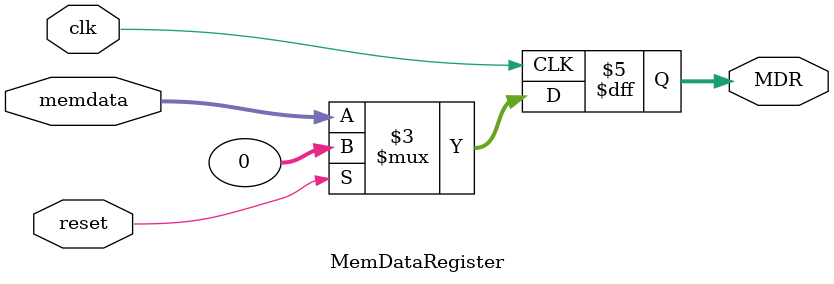
<source format=v>

module MemDataRegister(reset, clk, memdata, MDR);
    input reset;
    input clk;
    input [31:0] memdata;
    output reg[31:0] MDR;

    always @(posedge clk) begin
        if (reset)
            MDR <= 0;
        else
            MDR <= memdata;
    end
endmodule


</source>
